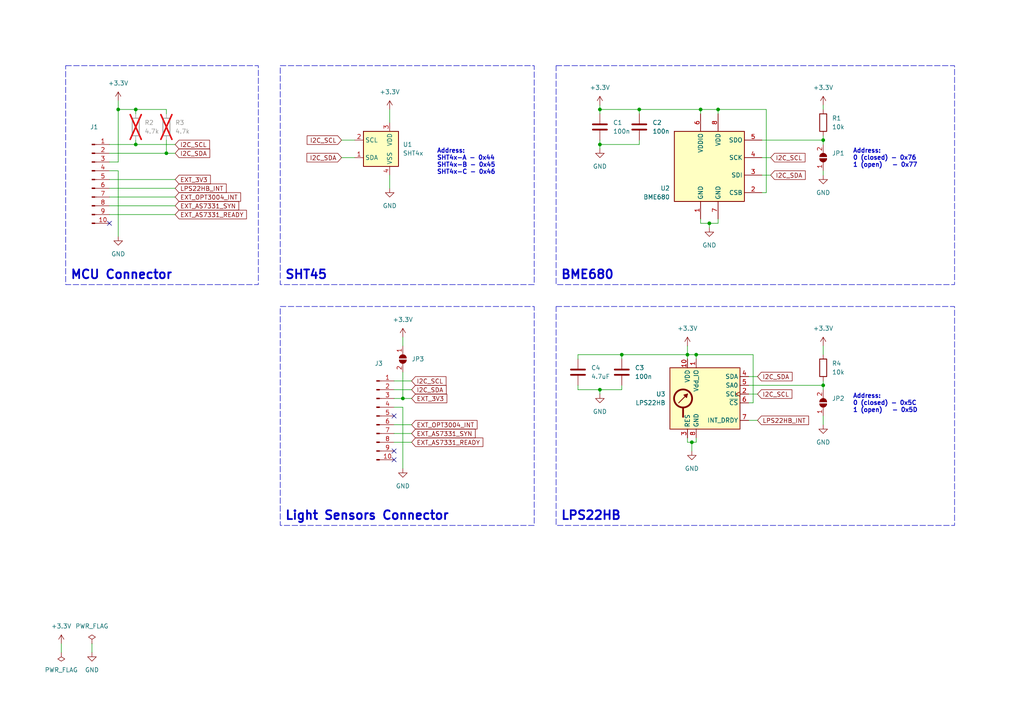
<source format=kicad_sch>
(kicad_sch (version 20230121) (generator eeschema)
  (paper "A4")
  (title_block (title "Enviroment Sensors") (date "2023-07-30") (rev "A"))
  (lib_symbols
    (symbol "Connector:Conn_01x10_Pin" (pin_names (offset 1.016) hide)
      (property "Reference" "J" (at 0 12.7 0))
      (property "Value" "Conn_01x10_Pin" (at 0 -15.24 0))
      (symbol "Conn_01x10_Pin_1_1"
        (polyline (pts (xy 1.27 -12.7) (xy 0.8636 -12.7)) (stroke (width 0.1524)))
        (polyline (pts (xy 1.27 -10.16) (xy 0.8636 -10.16)) (stroke (width 0.1524)))
        (polyline (pts (xy 1.27 -7.62) (xy 0.8636 -7.62)) (stroke (width 0.1524)))
        (polyline (pts (xy 1.27 -5.08) (xy 0.8636 -5.08)) (stroke (width 0.1524)))
        (polyline (pts (xy 1.27 -2.54) (xy 0.8636 -2.54)) (stroke (width 0.1524)))
        (polyline (pts (xy 1.27 0) (xy 0.8636 0)) (stroke (width 0.1524)))
        (polyline (pts (xy 1.27 2.54) (xy 0.8636 2.54)) (stroke (width 0.1524)))
        (polyline (pts (xy 1.27 5.08) (xy 0.8636 5.08)) (stroke (width 0.1524)))
        (polyline (pts (xy 1.27 7.62) (xy 0.8636 7.62)) (stroke (width 0.1524)))
        (polyline (pts (xy 1.27 10.16) (xy 0.8636 10.16)) (stroke (width 0.1524)))
        (rectangle (start 0.8636 -12.573) (end 0 -12.827) (stroke (width 0.1524)) (fill (type outline)))
        (rectangle (start 0.8636 -10.033) (end 0 -10.287) (stroke (width 0.1524)) (fill (type outline)))
        (rectangle (start 0.8636 -7.493) (end 0 -7.747) (stroke (width 0.1524)) (fill (type outline)))
        (rectangle (start 0.8636 -4.953) (end 0 -5.207) (stroke (width 0.1524)) (fill (type outline)))
        (rectangle (start 0.8636 -2.413) (end 0 -2.667) (stroke (width 0.1524)) (fill (type outline)))
        (rectangle (start 0.8636 0.127) (end 0 -0.127) (stroke (width 0.1524)) (fill (type outline)))
        (rectangle (start 0.8636 2.667) (end 0 2.413) (stroke (width 0.1524)) (fill (type outline)))
        (rectangle (start 0.8636 5.207) (end 0 4.953) (stroke (width 0.1524)) (fill (type outline)))
        (rectangle (start 0.8636 7.747) (end 0 7.493) (stroke (width 0.1524)) (fill (type outline)))
        (rectangle (start 0.8636 10.287) (end 0 10.033) (stroke (width 0.1524)) (fill (type outline)))
        (pin passive line (at 5.08 10.16 180) (length 3.81) (name "Pin_1") (number "1"))
        (pin passive line (at 5.08 -12.7 180) (length 3.81) (name "Pin_10") (number "10"))
        (pin passive line (at 5.08 7.62 180) (length 3.81) (name "Pin_2") (number "2"))
        (pin passive line (at 5.08 5.08 180) (length 3.81) (name "Pin_3") (number "3"))
        (pin passive line (at 5.08 2.54 180) (length 3.81) (name "Pin_4") (number "4"))
        (pin passive line (at 5.08 0 180) (length 3.81) (name "Pin_5") (number "5"))
        (pin passive line (at 5.08 -2.54 180) (length 3.81) (name "Pin_6") (number "6"))
        (pin passive line (at 5.08 -5.08 180) (length 3.81) (name "Pin_7") (number "7"))
        (pin passive line (at 5.08 -7.62 180) (length 3.81) (name "Pin_8") (number "8"))
        (pin passive line (at 5.08 -10.16 180) (length 3.81) (name "Pin_9") (number "9"))
      )
    )
    (symbol "Device:C" (pin_numbers hide) (pin_names (offset 0.254))
      (property "Reference" "C" (at 0.635 2.54 0))
      (property "Value" "C" (at 0.635 -2.54 0))
      (symbol "C_0_1"
        (polyline (pts (xy -2.032 -0.762) (xy 2.032 -0.762)) (stroke (width 0.508)))
        (polyline (pts (xy -2.032 0.762) (xy 2.032 0.762)) (stroke (width 0.508)))
      )
      (symbol "C_1_1"
        (pin passive line (at 0 3.81 270) (length 2.794) (name "~") (number "1"))
        (pin passive line (at 0 -3.81 90) (length 2.794) (name "~") (number "2"))
      )
    )
    (symbol "Device:R" (pin_numbers hide) (pin_names (offset 0))
      (property "Reference" "R" (at 2.032 0 90))
      (property "Value" "R" (at 0 0 90))
      (symbol "R_0_1"
        (rectangle (start -1.016 -2.54) (end 1.016 2.54) (stroke (width 0.254)))
      )
      (symbol "R_1_1"
        (pin passive line (at 0 3.81 270) (length 1.27) (name "~") (number "1"))
        (pin passive line (at 0 -3.81 90) (length 1.27) (name "~") (number "2"))
      )
    )
    (symbol "Jumper:SolderJumper_2_Open" (pin_names (offset 0) hide)
      (property "Reference" "JP" (at 0 2.032 0))
      (property "Value" "SolderJumper_2_Open" (at 0 -2.54 0))
      (symbol "SolderJumper_2_Open_0_1"
        (arc (start -0.254 1.016) (mid -1.2656 0) (end -0.254 -1.016))
        (arc (start -0.254 1.016) (mid -1.2656 0) (end -0.254 -1.016) (fill (type outline)))
        (polyline (pts (xy -0.254 1.016) (xy -0.254 -1.016)))
        (polyline (pts (xy 0.254 1.016) (xy 0.254 -1.016)))
        (arc (start 0.254 -1.016) (mid 1.2656 0) (end 0.254 1.016))
        (arc (start 0.254 -1.016) (mid 1.2656 0) (end 0.254 1.016) (fill (type outline)))
      )
      (symbol "SolderJumper_2_Open_1_1"
        (pin passive line (at -3.81 0 0) (length 2.54) (name "A") (number "1"))
        (pin passive line (at 3.81 0 180) (length 2.54) (name "B") (number "2"))
      )
    )
    (symbol "Sensor:BME680"
      (property "Reference" "U" (at -8.89 11.43 0))
      (property "Value" "BME680" (at 7.62 11.43 0))
      (symbol "BME680_0_1"
        (rectangle (start -10.16 10.16) (end 10.16 -10.16) (stroke (width 0.254)) (fill (type background)))
      )
      (symbol "BME680_1_1"
        (pin power_in line (at -2.54 -15.24 90) (length 5.08) (name "GND") (number "1"))
        (pin input line (at 15.24 -7.62 180) (length 5.08) (name "CSB") (number "2"))
        (pin bidirectional line (at 15.24 -2.54 180) (length 5.08) (name "SDI") (number "3"))
        (pin input line (at 15.24 2.54 180) (length 5.08) (name "SCK") (number "4"))
        (pin bidirectional line (at 15.24 7.62 180) (length 5.08) (name "SDO") (number "5"))
        (pin power_in line (at -2.54 15.24 270) (length 5.08) (name "VDDIO") (number "6"))
        (pin power_in line (at 2.54 -15.24 90) (length 5.08) (name "GND") (number "7"))
        (pin power_in line (at 2.54 15.24 270) (length 5.08) (name "VDD") (number "8"))
      )
    )
    (symbol "Sensor_Humidity:SHT4x"
      (property "Reference" "U" (at 0 8.89 0))
      (property "Value" "SHT4x" (at 0 6.35 0))
      (symbol "SHT4x_1_1"
        (rectangle (start -5.08 5.08) (end 5.08 -5.08) (stroke (width 0.254)) (fill (type background)))
        (pin bidirectional line (at -7.62 -2.54 0) (length 2.54) (name "SDA") (number "1"))
        (pin input line (at -7.62 2.54 0) (length 2.54) (name "SCL") (number "2"))
        (pin power_in line (at 2.54 7.62 270) (length 2.54) (name "VDD") (number "3"))
        (pin power_in line (at 2.54 -7.62 90) (length 2.54) (name "VSS") (number "4"))
      )
    )
    (symbol "Sensor_Pressure:LPS22HB"
      (property "Reference" "U" (at -11.43 1.27 0))
      (property "Value" "LPS22HB" (at -11.43 -1.27 0))
      (symbol "LPS22HB_0_1"
        (rectangle (start -10.16 10.16) (end 10.16 -7.62) (stroke (width 0.254)) (fill (type background)))
        (circle (center -6.35 1.27) (radius 2.6162) (stroke (width 0.508)))
        (polyline (pts (xy -7.62 0) (xy -5.08 2.54)) (stroke (width 0.254)))
        (polyline (pts (xy -6.35 -1.524) (xy -6.35 -4.064)) (stroke (width 0.508)))
        (polyline (pts (xy -5.08 2.54) (xy -5.334 1.524) (xy -6.096 2.286) (xy -5.08 2.54)) (stroke (width 0.254)) (fill (type outline)))
      )
      (symbol "LPS22HB_1_1"
        (pin power_in line (at -2.54 12.7 270) (length 2.54) (name "Vdd_IO") (number "1"))
        (pin power_in line (at -5.08 12.7 270) (length 2.54) (name "VDD") (number "10"))
        (pin input clock (at 12.7 2.54 180) (length 2.54) (name "SCL") (number "2"))
        (pin passive line (at -5.08 -10.16 90) (length 2.54) (name "RES") (number "3"))
        (pin bidirectional line (at 12.7 7.62 180) (length 2.54) (name "SDA") (number "4"))
        (pin input line (at 12.7 5.08 180) (length 2.54) (name "SA0") (number "5"))
        (pin input line (at 12.7 0 180) (length 2.54) (name "~{CS}") (number "6"))
        (pin output line (at 12.7 -5.08 180) (length 2.54) (name "INT_DRDY") (number "7"))
        (pin power_in line (at -2.54 -10.16 90) (length 2.54) (name "GND") (number "8"))
        (pin passive line (at -2.54 -10.16 90) (length 2.54) hide (name "GND") (number "9"))
      )
    )
    (symbol "power:+3.3V" (power) (pin_names (offset 0))
      (property "Value" "+3.3V" (at 0 3.556 0))
      (symbol "+3.3V_0_1"
        (polyline (pts (xy -0.762 1.27) (xy 0 2.54)))
        (polyline (pts (xy 0 0) (xy 0 2.54)))
        (polyline (pts (xy 0 2.54) (xy 0.762 1.27)))
      )
      (symbol "+3.3V_1_1"
        (pin power_in line (at 0 0 90) (length 0) hide (name "+3.3V") (number "1"))
      )
    )
    (symbol "power:GND" (power) (pin_names (offset 0))
      (property "Value" "GND" (at 0 -3.81 0))
      (symbol "GND_0_1"
        (polyline (pts (xy 0 0) (xy 0 -1.27) (xy 1.27 -1.27) (xy 0 -2.54) (xy -1.27 -1.27) (xy 0 -1.27)))
      )
      (symbol "GND_1_1"
        (pin power_in line (at 0 0 270) (length 0) hide (name "GND") (number "1"))
      )
    )
    (symbol "power:PWR_FLAG" (power) (pin_numbers hide) (pin_names (offset 0) hide)
      (property "Value" "PWR_FLAG" (at 0 3.81 0))
      (symbol "PWR_FLAG_0_0"
        (pin power_out line (at 0 0 90) (length 0) (name "pwr") (number "1"))
      )
      (symbol "PWR_FLAG_0_1"
        (polyline (pts (xy 0 0) (xy 0 1.27) (xy -1.016 1.905) (xy 0 2.54) (xy 1.016 1.905) (xy 0 1.27)))
      )
    )
  )
  (junction (at 203.2 31.75))
  (junction (at 185.42 31.75))
  (junction (at 34.29 31.75))
  (junction (at 180.34 102.87))
  (junction (at 208.28 31.75))
  (junction (at 238.76 111.76))
  (junction (at 48.26 44.45))
  (junction (at 205.74 64.77))
  (junction (at 173.99 31.75))
  (junction (at 199.39 102.87))
  (junction (at 173.99 41.91))
  (junction (at 238.76 40.64))
  (junction (at 39.37 41.91))
  (junction (at 173.99 113.03))
  (junction (at 201.93 102.87))
  (junction (at 116.84 115.57))
  (junction (at 200.66 128.27))
  (junction (at 39.37 31.75))
  (no_connect (at 114.3 133.35))
  (no_connect (at 114.3 120.65))
  (no_connect (at 114.3 130.81))
  (no_connect (at 31.75 64.77))
  (wire (pts (xy 205.74 66.04) (xy 205.74 64.77)))
  (wire (pts (xy 218.44 102.87) (xy 201.93 102.87)))
  (wire (pts (xy 199.39 102.87) (xy 199.39 104.14)))
  (wire (pts (xy 200.66 130.81) (xy 200.66 128.27)))
  (wire (pts (xy 34.29 29.21) (xy 34.29 31.75)))
  (wire (pts (xy 222.25 31.75) (xy 208.28 31.75)))
  (wire (pts (xy 167.64 102.87) (xy 167.64 104.14)))
  (wire (pts (xy 34.29 49.53) (xy 34.29 68.58)))
  (wire (pts (xy 222.25 55.88) (xy 222.25 31.75)))
  (wire (pts (xy 31.75 41.91) (xy 39.37 41.91)))
  (wire (pts (xy 173.99 41.91) (xy 173.99 43.18)))
  (wire (pts (xy 238.76 39.37) (xy 238.76 40.64)))
  (wire (pts (xy 48.26 40.64) (xy 48.26 44.45)))
  (wire (pts (xy 199.39 128.27) (xy 200.66 128.27)))
  (wire (pts (xy 185.42 31.75) (xy 203.2 31.75)))
  (wire (pts (xy 208.28 63.5) (xy 208.28 64.77)))
  (wire (pts (xy 167.64 111.76) (xy 167.64 113.03)))
  (wire (pts (xy 180.34 113.03) (xy 180.34 111.76)))
  (wire (pts (xy 203.2 64.77) (xy 205.74 64.77)))
  (wire (pts (xy 220.98 55.88) (xy 222.25 55.88)))
  (wire (pts (xy 34.29 49.53) (xy 31.75 49.53)))
  (wire (pts (xy 199.39 100.33) (xy 199.39 102.87)))
  (wire (pts (xy 173.99 113.03) (xy 180.34 113.03)))
  (wire (pts (xy 31.75 57.15) (xy 50.8 57.15)))
  (wire (pts (xy 113.03 50.8) (xy 113.03 54.61)))
  (wire (pts (xy 219.71 121.92) (xy 217.17 121.92)))
  (wire (pts (xy 39.37 41.91) (xy 50.8 41.91)))
  (wire (pts (xy 220.98 40.64) (xy 238.76 40.64)))
  (wire (pts (xy 208.28 31.75) (xy 208.28 33.02)))
  (wire (pts (xy 116.84 135.89) (xy 116.84 118.11)))
  (wire (pts (xy 203.2 63.5) (xy 203.2 64.77)))
  (wire (pts (xy 119.38 128.27) (xy 114.3 128.27)))
  (wire (pts (xy 102.87 45.72) (xy 99.06 45.72)))
  (wire (pts (xy 39.37 40.64) (xy 39.37 41.91)))
  (wire (pts (xy 217.17 111.76) (xy 238.76 111.76)))
  (wire (pts (xy 223.52 45.72) (xy 220.98 45.72)))
  (wire (pts (xy 114.3 110.49) (xy 119.38 110.49)))
  (wire (pts (xy 173.99 114.3) (xy 173.99 113.03)))
  (wire (pts (xy 238.76 110.49) (xy 238.76 111.76)))
  (wire (pts (xy 17.78 186.69) (xy 17.78 189.23)))
  (wire (pts (xy 199.39 102.87) (xy 201.93 102.87)))
  (wire (pts (xy 203.2 33.02) (xy 203.2 31.75)))
  (wire (pts (xy 200.66 128.27) (xy 201.93 128.27)))
  (wire (pts (xy 167.64 102.87) (xy 180.34 102.87)))
  (wire (pts (xy 119.38 123.19) (xy 114.3 123.19)))
  (wire (pts (xy 26.67 189.23) (xy 26.67 186.69)))
  (wire (pts (xy 180.34 102.87) (xy 199.39 102.87)))
  (wire (pts (xy 238.76 30.48) (xy 238.76 31.75)))
  (wire (pts (xy 203.2 31.75) (xy 208.28 31.75)))
  (wire (pts (xy 116.84 118.11) (xy 114.3 118.11)))
  (wire (pts (xy 39.37 33.02) (xy 39.37 31.75)))
  (wire (pts (xy 238.76 100.33) (xy 238.76 102.87)))
  (wire (pts (xy 217.17 109.22) (xy 219.71 109.22)))
  (wire (pts (xy 238.76 49.53) (xy 238.76 50.8)))
  (wire (pts (xy 238.76 111.76) (xy 238.76 113.03)))
  (wire (pts (xy 217.17 116.84) (xy 218.44 116.84)))
  (wire (pts (xy 116.84 107.95) (xy 116.84 115.57)))
  (wire (pts (xy 180.34 104.14) (xy 180.34 102.87)))
  (wire (pts (xy 113.03 31.75) (xy 113.03 35.56)))
  (wire (pts (xy 185.42 31.75) (xy 185.42 33.02)))
  (wire (pts (xy 223.52 50.8) (xy 220.98 50.8)))
  (wire (pts (xy 208.28 64.77) (xy 205.74 64.77)))
  (wire (pts (xy 31.75 44.45) (xy 48.26 44.45)))
  (wire (pts (xy 217.17 114.3) (xy 219.71 114.3)))
  (wire (pts (xy 173.99 33.02) (xy 173.99 31.75)))
  (wire (pts (xy 185.42 40.64) (xy 185.42 41.91)))
  (wire (pts (xy 31.75 62.23) (xy 50.8 62.23)))
  (wire (pts (xy 116.84 115.57) (xy 119.38 115.57)))
  (wire (pts (xy 48.26 44.45) (xy 50.8 44.45)))
  (wire (pts (xy 173.99 31.75) (xy 185.42 31.75)))
  (wire (pts (xy 119.38 125.73) (xy 114.3 125.73)))
  (wire (pts (xy 34.29 31.75) (xy 34.29 46.99)))
  (wire (pts (xy 201.93 102.87) (xy 201.93 104.14)))
  (wire (pts (xy 114.3 115.57) (xy 116.84 115.57)))
  (wire (pts (xy 238.76 40.64) (xy 238.76 41.91)))
  (wire (pts (xy 31.75 46.99) (xy 34.29 46.99)))
  (wire (pts (xy 34.29 31.75) (xy 39.37 31.75)))
  (wire (pts (xy 167.64 113.03) (xy 173.99 113.03)))
  (wire (pts (xy 218.44 116.84) (xy 218.44 102.87)))
  (wire (pts (xy 39.37 31.75) (xy 48.26 31.75)))
  (wire (pts (xy 116.84 97.79) (xy 116.84 100.33)))
  (wire (pts (xy 173.99 41.91) (xy 185.42 41.91)))
  (wire (pts (xy 31.75 59.69) (xy 50.8 59.69)))
  (wire (pts (xy 31.75 54.61) (xy 50.8 54.61)))
  (wire (pts (xy 102.87 40.64) (xy 99.06 40.64)))
  (wire (pts (xy 114.3 113.03) (xy 119.38 113.03)))
  (wire (pts (xy 173.99 41.91) (xy 173.99 40.64)))
  (wire (pts (xy 173.99 30.48) (xy 173.99 31.75)))
  (wire (pts (xy 201.93 127) (xy 201.93 128.27)))
  (wire (pts (xy 48.26 31.75) (xy 48.26 33.02)))
  (wire (pts (xy 238.76 120.65) (xy 238.76 123.19)))
  (wire (pts (xy 199.39 127) (xy 199.39 128.27)))
  (wire (pts (xy 31.75 52.07) (xy 50.8 52.07)))
  (rectangle (start 161.29 88.9) (end 276.86 152.4) (stroke (width 0) (type dash)))
  (rectangle (start 81.28 88.9) (end 154.94 152.4) (stroke (width 0) (type dash)))
  (rectangle (start 19.05 19.05) (end 74.93 82.55) (stroke (width 0) (type dash)))
  (rectangle (start 81.28 19.05) (end 154.94 82.55) (stroke (width 0) (type dash)))
  (rectangle (start 161.29 19.05) (end 276.86 82.55) (stroke (width 0) (type dash)))
  (text_box "Address:\n0 (closed) - 0x76\n1 (open)   - 0x77" (at 246.38 41.91 0) (size 21.59 7.62) (stroke (width -0.0001)) (effects (font (size 1.27 1.27) bold) (justify left top)))
  (text_box "Address:\n0 (closed) - 0x5C\n1 (open)   - 0x5D" (at 246.38 113.03 0) (size 21.59 7.62) (stroke (width -0.0001)) (effects (font (size 1.27 1.27) bold) (justify left top)))
  (text_box "Address:\nSHT4x-A - 0x44\nSHT4x-B - 0x45\nSHT4x-C - 0x46" (at 125.73 41.91 0) (size 21.59 7.62) (stroke (width -0.0001)) (effects (font (size 1.27 1.27) bold) (justify left top)))
  (text "MCU Connector" (at 20.32 81.28 0) (effects (font (size 2.54 2.54) (thickness 0.508) bold) (justify left bottom)))
  (text "BME680" (at 162.56 81.28 0) (effects (font (size 2.54 2.54) (thickness 0.508) bold) (justify left bottom)))
  (text "LPS22HB" (at 162.56 151.13 0) (effects (font (size 2.54 2.54) (thickness 0.508) bold) (justify left bottom)))
  (text "SHT45\n" (at 82.55 81.28 0) (effects (font (size 2.54 2.54) (thickness 0.508) bold) (justify left bottom)))
  (text "Light Sensors Connector" (at 82.55 151.13 0) (effects (font (size 2.54 2.54) (thickness 0.508) bold) (justify left bottom)))
  (global_label "EXT_3V3" (shape input) (at 50.8 52.07 0) (property "Intersheetrefs" "${INTERSHEET_REFS}" (effects hide)))
  (global_label "I2C_SDA" (shape input) (at 223.52 50.8 0) (property "Intersheetrefs" "${INTERSHEET_REFS}" (effects hide)))
  (global_label "EXT_3V3" (shape input) (at 119.38 115.57 0) (property "Intersheetrefs" "${INTERSHEET_REFS}" (effects hide)))
  (global_label "I2C_SDA" (shape input) (at 219.71 109.22 0) (property "Intersheetrefs" "${INTERSHEET_REFS}" (effects hide)))
  (global_label "I2C_SCL" (shape input) (at 223.52 45.72 0) (property "Intersheetrefs" "${INTERSHEET_REFS}" (effects hide)))
  (global_label "EXT_AS7331_READY" (shape input) (at 119.38 128.27 0) (property "Intersheetrefs" "${INTERSHEET_REFS}" (effects hide)))
  (global_label "EXT_AS7331_READY" (shape input) (at 50.8 62.23 0) (property "Intersheetrefs" "${INTERSHEET_REFS}" (effects hide)))
  (global_label "EXT_AS7331_SYN" (shape input) (at 50.8 59.69 0) (property "Intersheetrefs" "${INTERSHEET_REFS}" (effects hide)))
  (global_label "I2C_SCL" (shape input) (at 119.38 110.49 0) (property "Intersheetrefs" "${INTERSHEET_REFS}" (effects hide)))
  (global_label "I2C_SDA" (shape input) (at 50.8 44.45 0) (property "Intersheetrefs" "${INTERSHEET_REFS}" (effects hide)))
  (global_label "I2C_SCL" (shape input) (at 219.71 114.3 0) (property "Intersheetrefs" "${INTERSHEET_REFS}" (effects hide)))
  (global_label "LPS22HB_INT" (shape input) (at 219.71 121.92 0) (property "Intersheetrefs" "${INTERSHEET_REFS}" (effects hide)))
  (global_label "I2C_SDA" (shape input) (at 119.38 113.03 0) (property "Intersheetrefs" "${INTERSHEET_REFS}" (effects hide)))
  (global_label "LPS22HB_INT" (shape input) (at 50.8 54.61 0) (property "Intersheetrefs" "${INTERSHEET_REFS}" (effects hide)))
  (global_label "EXT_OPT3004_INT" (shape input) (at 119.38 123.19 0) (property "Intersheetrefs" "${INTERSHEET_REFS}" (effects hide)))
  (global_label "EXT_AS7331_SYN" (shape input) (at 119.38 125.73 0) (property "Intersheetrefs" "${INTERSHEET_REFS}" (effects hide)))
  (global_label "I2C_SCL" (shape input) (at 99.06 40.64 180) (property "Intersheetrefs" "${INTERSHEET_REFS}" (effects hide)))
  (global_label "I2C_SDA" (shape input) (at 99.06 45.72 180) (property "Intersheetrefs" "${INTERSHEET_REFS}" (effects hide)))
  (global_label "I2C_SCL" (shape input) (at 50.8 41.91 0) (property "Intersheetrefs" "${INTERSHEET_REFS}" (effects hide)))
  (global_label "EXT_OPT3004_INT" (shape input) (at 50.8 57.15 0) (property "Intersheetrefs" "${INTERSHEET_REFS}" (effects hide)))
  (symbol (lib_id "Jumper:SolderJumper_2_Open") (at 238.76 45.72 90) (unit 1) (in_bom no)
    (property "Reference" "JP1" (at 241.3 44.45 90) (effects (justify right)))
    (property "Value" "SolderJumper_2_Open" (effects hide))
    (property "Footprint" "Jumper:SolderJumper-2_P1.3mm_Open_TrianglePad1.0x1.5mm" (effects hide))
  )
  (symbol (lib_id "power:+3.3V") (at 34.29 29.21 0) (unit 1)
    (property "Reference" "#PWR08" (effects hide))
    (property "Value" "+3.3V" (at 34.29 24.13 0))
  )
  (symbol (lib_id "power:+3.3V") (at 238.76 30.48 0) (unit 1)
    (property "Reference" "#PWR07" (effects hide))
    (property "Value" "+3.3V" (at 238.76 25.4 0))
  )
  (symbol (lib_id "power:PWR_FLAG") (at 26.67 186.69 0) (unit 1)
    (property "Reference" "#FLG02" (effects hide))
    (property "Value" "PWR_FLAG" (at 26.67 181.61 0))
  )
  (symbol (lib_id "Device:C") (at 173.99 36.83 0) (unit 1)
    (property "Reference" "C1" (at 177.8 35.56 0) (effects (justify left)))
    (property "Value" "100n" (at 177.8 38.1 0) (effects (justify left)))
    (property "Footprint" "Capacitor_SMD:C_0402_1005Metric" (effects hide))
    (property "MPN" "	C77020" (effects hide))
  )
  (symbol (lib_id "power:GND") (at 113.03 54.61 0) (unit 1)
    (property "Reference" "#PWR02" (effects hide))
    (property "Value" "GND" (at 113.03 59.69 0))
  )
  (symbol (lib_id "power:GND") (at 173.99 114.3 0) (unit 1)
    (property "Reference" "#PWR014" (effects hide))
    (property "Value" "GND" (at 173.99 119.38 0))
  )
  (symbol (lib_id "power:GND") (at 238.76 123.19 0) (unit 1)
    (property "Reference" "#PWR013" (effects hide))
    (property "Value" "GND" (at 238.76 128.27 0))
  )
  (symbol (lib_id "power:PWR_FLAG") (at 17.78 189.23 180) (unit 1)
    (property "Reference" "#FLG01" (effects hide))
    (property "Value" "PWR_FLAG" (at 17.78 194.31 0))
  )
  (symbol (lib_id "power:GND") (at 200.66 130.81 0) (unit 1)
    (property "Reference" "#PWR011" (effects hide))
    (property "Value" "GND" (at 200.66 135.89 0))
  )
  (symbol (lib_id "Connector:Conn_01x10_Pin") (at 109.22 120.65 0) (unit 1)
    (property "Reference" "J3" (at 109.855 105.41 0))
    (property "Value" "Conn_01x10_Pin" (effects hide))
    (property "Footprint" "Connector_JST:JST_PH_B10B-PH-K_1x10_P2.00mm_Vertical" (effects hide))
  )
  (symbol (lib_id "power:+3.3V") (at 173.99 30.48 0) (unit 1)
    (property "Reference" "#PWR04" (effects hide))
    (property "Value" "+3.3V" (at 173.99 25.4 0))
  )
  (symbol (lib_id "Connector:Conn_01x10_Pin") (at 26.67 52.07 0) (unit 1)
    (property "Reference" "J1" (at 27.305 36.83 0))
    (property "Value" "Conn_01x10_Pin" (effects hide))
    (property "Footprint" "Connector_JST:JST_PH_S10B-PH-K_1x10_P2.00mm_Horizontal" (effects hide))
  )
  (symbol (lib_id "Jumper:SolderJumper_2_Open") (at 116.84 104.14 270) (unit 1) (in_bom no)
    (property "Reference" "JP3" (at 119.38 104.14 90) (effects (justify left)))
    (property "Value" "SolderJumper_2_Open" (effects hide))
    (property "Footprint" "Jumper:SolderJumper-2_P1.3mm_Open_TrianglePad1.0x1.5mm" (effects hide))
  )
  (symbol (lib_id "power:+3.3V") (at 17.78 186.69 0) (unit 1)
    (property "Reference" "#PWR015" (effects hide))
    (property "Value" "+3.3V" (at 17.78 181.61 0))
  )
  (symbol (lib_id "power:GND") (at 173.99 43.18 0) (unit 1)
    (property "Reference" "#PWR05" (effects hide))
    (property "Value" "GND" (at 173.99 48.26 0))
  )
  (symbol (lib_id "Device:R") (at 48.26 36.83 180) (unit 1) (dnp yes)
    (property "Reference" "R3" (at 50.8 35.56 0) (effects (justify right)))
    (property "Value" "4.7k" (at 50.8 38.1 0) (effects (justify right)))
    (property "Footprint" "Resistor_SMD:R_0402_1005Metric" (effects hide))
    (property "MPN" "C25940" (effects hide))
  )
  (symbol (lib_id "power:GND") (at 34.29 68.58 0) (unit 1)
    (property "Reference" "#PWR09" (effects hide))
    (property "Value" "GND" (at 34.29 73.66 0))
  )
  (symbol (lib_id "Device:R") (at 39.37 36.83 0) (unit 1) (dnp yes)
    (property "Reference" "R2" (at 41.91 35.56 0) (effects (justify left)))
    (property "Value" "4.7k" (at 41.91 38.1 0) (effects (justify left)))
    (property "Footprint" "Resistor_SMD:R_0402_1005Metric" (effects hide))
    (property "MPN" "C25940" (effects hide))
  )
  (symbol (lib_id "Sensor_Pressure:LPS22HB") (at 204.47 116.84 0) (unit 1)
    (property "Reference" "U3" (at 193.04 114.3 0) (effects (justify right)))
    (property "Value" "LPS22HB" (at 193.04 116.84 0) (effects (justify right)))
    (property "Footprint" "Package_LGA:ST_HLGA-10_2x2mm_P0.5mm_LayoutBorder3x2y" (effects hide))
    (property "Datasheet" "https://www.st.com/resource/en/datasheet/lps22hb.pdf" (effects hide))
    (property "MPN" "C94049" (effects hide))
  )
  (symbol (lib_id "power:GND") (at 238.76 50.8 0) (unit 1)
    (property "Reference" "#PWR06" (effects hide))
    (property "Value" "GND" (at 238.76 55.88 0))
  )
  (symbol (lib_id "power:+3.3V") (at 238.76 100.33 0) (unit 1)
    (property "Reference" "#PWR012" (effects hide))
    (property "Value" "+3.3V" (at 238.76 95.25 0))
  )
  (symbol (lib_id "power:GND") (at 116.84 135.89 0) (unit 1)
    (property "Reference" "#PWR018" (effects hide))
    (property "Value" "GND" (at 116.84 140.97 0))
  )
  (symbol (lib_id "Device:R") (at 238.76 35.56 0) (unit 1)
    (property "Reference" "R1" (at 241.3 34.29 0) (effects (justify left)))
    (property "Value" "10k" (at 241.3 36.83 0) (effects (justify left)))
    (property "Footprint" "Resistor_SMD:R_0402_1005Metric" (effects hide))
    (property "MPN" "C25744" (effects hide))
  )
  (symbol (lib_id "power:+3.3V") (at 199.39 100.33 0) (unit 1)
    (property "Reference" "#PWR010" (effects hide))
    (property "Value" "+3.3V" (at 199.39 95.25 0))
  )
  (symbol (lib_id "Device:C") (at 185.42 36.83 0) (unit 1)
    (property "Reference" "C2" (at 189.23 35.56 0) (effects (justify left)))
    (property "Value" "100n" (at 189.23 38.1 0) (effects (justify left)))
    (property "Footprint" "Capacitor_SMD:C_0402_1005Metric" (effects hide))
    (property "MPN" "	C77020" (effects hide))
  )
  (symbol (lib_id "Sensor:BME680") (at 205.74 48.26 0) (unit 1)
    (property "Reference" "U2" (at 194.31 54.61 0) (effects (justify right)))
    (property "Value" "BME680" (at 194.31 57.15 0) (effects (justify right)))
    (property "Footprint" "Package_LGA:Bosch_LGA-8_3x3mm_P0.8mm_ClockwisePinNumbering" (effects hide))
    (property "Datasheet" "https://ae-bst.resource.bosch.com/media/_tech/media/datasheets/BST-BME680-DS001.pdf" (effects hide))
    (property "MPN" "C125972" (effects hide))
  )
  (symbol (lib_id "Device:R") (at 238.76 106.68 0) (unit 1)
    (property "Reference" "R4" (at 241.3 105.41 0) (effects (justify left)))
    (property "Value" "10k" (at 241.3 107.95 0) (effects (justify left)))
    (property "Footprint" "Resistor_SMD:R_0402_1005Metric" (effects hide))
    (property "MPN" "C25744" (effects hide))
  )
  (symbol (lib_id "power:GND") (at 26.67 189.23 0) (unit 1)
    (property "Reference" "#PWR016" (effects hide))
    (property "Value" "GND" (at 26.67 194.31 0))
  )
  (symbol (lib_id "power:+3.3V") (at 113.03 31.75 0) (unit 1)
    (property "Reference" "#PWR01" (effects hide))
    (property "Value" "+3.3V" (at 113.03 26.67 0))
  )
  (symbol (lib_id "Device:C") (at 167.64 107.95 0) (unit 1)
    (property "Reference" "C4" (at 171.45 106.68 0) (effects (justify left)))
    (property "Value" "4.7uF" (at 171.45 109.22 0) (effects (justify left)))
    (property "Footprint" "Capacitor_SMD:C_0402_1005Metric" (effects hide))
    (property "MPN" "C2858031" (effects hide))
  )
  (symbol (lib_id "power:+3.3V") (at 116.84 97.79 0) (unit 1)
    (property "Reference" "#PWR017" (effects hide))
    (property "Value" "+3.3V" (at 116.84 92.71 0))
  )
  (symbol (lib_id "Jumper:SolderJumper_2_Open") (at 238.76 116.84 90) (unit 1) (in_bom no)
    (property "Reference" "JP2" (at 241.3 115.57 90) (effects (justify right)))
    (property "Value" "SolderJumper_2_Open" (effects hide))
    (property "Footprint" "Jumper:SolderJumper-2_P1.3mm_Open_TrianglePad1.0x1.5mm" (effects hide))
  )
  (symbol (lib_id "power:GND") (at 205.74 66.04 0) (unit 1)
    (property "Reference" "#PWR03" (effects hide))
    (property "Value" "GND" (at 205.74 71.12 0))
  )
  (symbol (lib_id "Device:C") (at 180.34 107.95 0) (unit 1)
    (property "Reference" "C3" (at 184.15 106.68 0) (effects (justify left)))
    (property "Value" "100n" (at 184.15 109.22 0) (effects (justify left)))
    (property "Footprint" "Capacitor_SMD:C_0402_1005Metric" (effects hide))
    (property "MPN" "	C77020" (effects hide))
  )
  (symbol (lib_id "Sensor_Humidity:SHT4x") (at 110.49 43.18 0) (unit 1)
    (property "Reference" "U1" (at 116.84 41.91 0) (effects (justify left)))
    (property "Value" "SHT4x" (at 116.84 44.45 0) (effects (justify left)))
    (property "Footprint" "Sensor_Humidity:Sensirion_DFN-4_1.5x1.5mm_P0.8mm_SHT4x_NoCentralPad" (effects hide))
    (property "Datasheet" "https://sensirion.com/media/documents/33FD6951/624C4357/Datasheet_SHT4x.pdf" (effects hide))
  )
)
</source>
